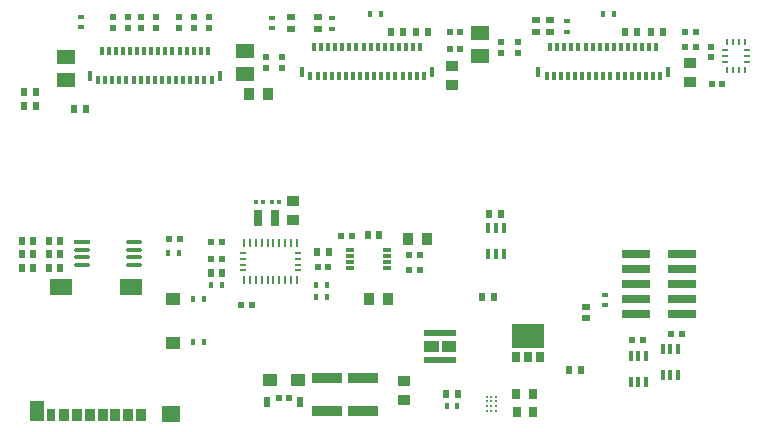
<source format=gtp>
G04*
G04 #@! TF.GenerationSoftware,Altium Limited,Altium Designer,23.3.1 (30)*
G04*
G04 Layer_Color=8421504*
%FSLAX44Y44*%
%MOMM*%
G71*
G04*
G04 #@! TF.SameCoordinates,D45B20F3-F38D-42A2-87FA-560754FB767C*
G04*
G04*
G04 #@! TF.FilePolarity,Positive*
G04*
G01*
G75*
%ADD16R,0.4000X0.9000*%
%ADD17R,0.6200X0.6200*%
%ADD18R,1.5500X1.3500*%
%ADD19R,1.1700X1.8000*%
%ADD20R,1.9000X1.3500*%
%ADD21R,1.2000X1.0000*%
%ADD22R,0.8500X1.1000*%
%ADD23R,0.8750X1.1000*%
%ADD24R,0.7500X1.1000*%
%ADD25R,0.7500X0.9500*%
%ADD26R,2.8000X2.0500*%
%ADD27R,0.3000X0.6500*%
%ADD28R,0.4000X0.9500*%
%ADD29R,0.5500X0.6500*%
%ADD30R,0.6500X0.5500*%
%ADD31R,1.0000X0.9000*%
%ADD32R,0.5500X0.4500*%
%ADD33R,2.4000X0.7600*%
%ADD34R,0.6200X0.6200*%
%ADD35R,1.5000X1.3000*%
%ADD36R,0.4500X0.5500*%
%ADD37R,0.5750X0.2500*%
%ADD38R,0.2500X0.6750*%
%ADD39R,0.7500X1.4000*%
%ADD40R,1.4000X0.3500*%
%ADD41O,1.4000X0.3500*%
%ADD42R,0.2500X0.4750*%
%ADD43R,0.4750X0.2500*%
%ADD44R,0.8000X0.3000*%
%ADD45R,0.7000X0.9000*%
%ADD46R,2.8000X0.5500*%
%ADD47C,0.2300*%
%ADD48R,2.6000X0.9500*%
%ADD49R,0.9000X1.0000*%
%ADD50R,1.1500X1.0000*%
%ADD51R,0.6000X0.5500*%
%ADD52R,0.6000X0.9000*%
%ADD53R,0.3600X0.3200*%
G36*
X-241592Y52252D02*
Y43252D01*
X-229592D01*
Y52252D01*
X-241592D01*
D02*
G37*
G36*
X-214592D02*
Y43252D01*
X-226592D01*
Y52252D01*
X-214592D01*
D02*
G37*
D16*
X-66952Y39448D02*
D03*
X-60452Y39448D02*
D03*
X-53952Y39448D02*
D03*
Y17448D02*
D03*
X-60452Y17448D02*
D03*
X-66952Y17448D02*
D03*
X-40028Y45544D02*
D03*
X-33528D02*
D03*
X-27028D02*
D03*
Y23544D02*
D03*
X-33528D02*
D03*
X-40028D02*
D03*
X-187602Y125859D02*
D03*
X-181102D02*
D03*
X-174602D02*
D03*
Y147859D02*
D03*
X-181102D02*
D03*
X-187602D02*
D03*
D17*
X-23948Y58674D02*
D03*
X-32948D02*
D03*
X-56460Y53086D02*
D03*
X-65460D02*
D03*
X-311956Y141500D02*
D03*
X-302956D02*
D03*
X-254690Y125155D02*
D03*
X-245690D02*
D03*
X-12010Y301024D02*
D03*
X-21010D02*
D03*
Y313805D02*
D03*
X-12010D02*
D03*
X-220290Y299827D02*
D03*
X-211290D02*
D03*
Y313797D02*
D03*
X-220290D02*
D03*
X-332050Y114915D02*
D03*
X-323050D02*
D03*
X-245646Y112522D02*
D03*
X-254646D02*
D03*
X1524Y269748D02*
D03*
X10524D02*
D03*
X-422220Y136505D02*
D03*
X-413220D02*
D03*
Y122110D02*
D03*
X-422220D02*
D03*
X-396820Y83165D02*
D03*
X-387820D02*
D03*
X-457887Y138430D02*
D03*
X-448887D02*
D03*
D18*
X-456585Y-9210D02*
D03*
D19*
X-569785Y-6960D02*
D03*
D20*
X-489835Y97790D02*
D03*
X-549535D02*
D03*
D21*
X-454835Y88040D02*
D03*
Y51040D02*
D03*
D22*
X-481185Y-10460D02*
D03*
X-503185D02*
D03*
X-514185D02*
D03*
X-525185D02*
D03*
X-536185D02*
D03*
X-547185D02*
D03*
D23*
X-492185D02*
D03*
D24*
X-557685D02*
D03*
D25*
X-143870Y39250D02*
D03*
X-154120D02*
D03*
X-164370D02*
D03*
D26*
X-154120Y56750D02*
D03*
D27*
X-138122Y276478D02*
D03*
X-135197Y300977D02*
D03*
X-132122Y276478D02*
D03*
X-126122D02*
D03*
X-120122D02*
D03*
X-114122D02*
D03*
X-108122D02*
D03*
X-102122D02*
D03*
X-96122D02*
D03*
X-90122D02*
D03*
X-84122D02*
D03*
X-78122D02*
D03*
X-72122D02*
D03*
X-66122D02*
D03*
X-60122D02*
D03*
X-54122D02*
D03*
X-48122D02*
D03*
X-42122D02*
D03*
X-129197Y300977D02*
D03*
X-123197D02*
D03*
X-117197D02*
D03*
X-111197D02*
D03*
X-105197D02*
D03*
X-99197D02*
D03*
X-93197D02*
D03*
X-87197D02*
D03*
X-81197D02*
D03*
X-75197D02*
D03*
X-69197D02*
D03*
X-63197D02*
D03*
X-57197D02*
D03*
X-51197D02*
D03*
X-45197D02*
D03*
X-338122Y276478D02*
D03*
X-335197Y300977D02*
D03*
X-332122Y276478D02*
D03*
X-326122D02*
D03*
X-320122D02*
D03*
X-314122D02*
D03*
X-308122D02*
D03*
X-302122D02*
D03*
X-296122D02*
D03*
X-290122D02*
D03*
X-284122D02*
D03*
X-278122D02*
D03*
X-272122D02*
D03*
X-266122D02*
D03*
X-260122D02*
D03*
X-254122D02*
D03*
X-248122D02*
D03*
X-242122D02*
D03*
X-329197Y300977D02*
D03*
X-323197D02*
D03*
X-317197D02*
D03*
X-311197D02*
D03*
X-305197D02*
D03*
X-299197D02*
D03*
X-293197D02*
D03*
X-287197D02*
D03*
X-281197D02*
D03*
X-275197D02*
D03*
X-269197D02*
D03*
X-263197D02*
D03*
X-257197D02*
D03*
X-251197D02*
D03*
X-245197D02*
D03*
X-517879Y273404D02*
D03*
X-514954Y297904D02*
D03*
X-511879Y273404D02*
D03*
X-505879D02*
D03*
X-499879D02*
D03*
X-493879D02*
D03*
X-487879D02*
D03*
X-481879D02*
D03*
X-475879D02*
D03*
X-469879D02*
D03*
X-463879D02*
D03*
X-457879D02*
D03*
X-451879D02*
D03*
X-445879D02*
D03*
X-439879D02*
D03*
X-433879D02*
D03*
X-427879D02*
D03*
X-421879D02*
D03*
X-508954Y297904D02*
D03*
X-502954D02*
D03*
X-496954D02*
D03*
X-490954D02*
D03*
X-484954D02*
D03*
X-478954D02*
D03*
X-472954D02*
D03*
X-466954D02*
D03*
X-460954D02*
D03*
X-454953D02*
D03*
X-448954D02*
D03*
X-442953D02*
D03*
X-436954D02*
D03*
X-430954D02*
D03*
X-424954D02*
D03*
D28*
X-35122Y279977D02*
D03*
X-145122D02*
D03*
X-235122D02*
D03*
X-345122D02*
D03*
X-414879Y276904D02*
D03*
X-524879D02*
D03*
D29*
X-176864Y159512D02*
D03*
X-186864D02*
D03*
X-119112Y27686D02*
D03*
X-109112D02*
D03*
X-182706Y89408D02*
D03*
X-192706D02*
D03*
X-549880Y137365D02*
D03*
X-559880D02*
D03*
X-289750Y141750D02*
D03*
X-279750D02*
D03*
X-39848Y314305D02*
D03*
X-49848D02*
D03*
X-71438Y314305D02*
D03*
X-61438D02*
D03*
X-238476Y314305D02*
D03*
X-248476D02*
D03*
X-270066Y314305D02*
D03*
X-260066D02*
D03*
X-528400Y248920D02*
D03*
X-538400D02*
D03*
X-223186Y7366D02*
D03*
X-213186D02*
D03*
X-412720Y109835D02*
D03*
X-422720D02*
D03*
X-580564Y251460D02*
D03*
X-570564D02*
D03*
X-580564Y262890D02*
D03*
X-570564D02*
D03*
X-572740Y114505D02*
D03*
X-582740D02*
D03*
X-572740Y125935D02*
D03*
X-582740D02*
D03*
X-572740Y137365D02*
D03*
X-582740D02*
D03*
X-559880Y114505D02*
D03*
X-549880D02*
D03*
X-559880Y125935D02*
D03*
X-549880D02*
D03*
X-332550Y127615D02*
D03*
X-322550D02*
D03*
D30*
X-105156Y71454D02*
D03*
Y81454D02*
D03*
X-147320Y323770D02*
D03*
Y313770D02*
D03*
X-135197Y313770D02*
D03*
Y323770D02*
D03*
X-332122Y316310D02*
D03*
Y326310D02*
D03*
X-354330Y326310D02*
D03*
Y316310D02*
D03*
D31*
X-258572Y2160D02*
D03*
Y18160D02*
D03*
X-16510Y271400D02*
D03*
Y287400D02*
D03*
X-218440Y269398D02*
D03*
Y285398D02*
D03*
X-352950Y155175D02*
D03*
Y171175D02*
D03*
D32*
X-532130Y317826D02*
D03*
Y326826D02*
D03*
X-120650Y323270D02*
D03*
Y314270D02*
D03*
X-320122Y325810D02*
D03*
Y316810D02*
D03*
X-370586Y317064D02*
D03*
Y326064D02*
D03*
X-88790Y91475D02*
D03*
Y82475D02*
D03*
D33*
X-62230Y125730D02*
D03*
Y113030D02*
D03*
Y100330D02*
D03*
Y87630D02*
D03*
Y74930D02*
D03*
X-23230Y125730D02*
D03*
Y113030D02*
D03*
Y100330D02*
D03*
Y87630D02*
D03*
Y74930D02*
D03*
D34*
X-176530Y296477D02*
D03*
Y305477D02*
D03*
X-162560D02*
D03*
Y296477D02*
D03*
X-468520Y326425D02*
D03*
Y317425D02*
D03*
X-481220Y326425D02*
D03*
Y317425D02*
D03*
X1270Y292426D02*
D03*
Y301426D02*
D03*
X-505350Y326425D02*
D03*
Y317425D02*
D03*
X-492650Y326425D02*
D03*
Y317425D02*
D03*
X-449470Y326425D02*
D03*
Y317425D02*
D03*
X-424070Y326425D02*
D03*
Y317425D02*
D03*
X-436770Y326425D02*
D03*
Y317425D02*
D03*
X-361950Y292790D02*
D03*
Y283790D02*
D03*
X-375920D02*
D03*
Y292790D02*
D03*
D35*
X-194310Y294030D02*
D03*
Y313030D02*
D03*
X-393700Y278790D02*
D03*
Y297790D02*
D03*
X-544830Y273710D02*
D03*
Y292710D02*
D03*
D36*
X-81098Y329545D02*
D03*
X-90098D02*
D03*
X-278710Y328930D02*
D03*
X-287710D02*
D03*
X-428479Y51562D02*
D03*
X-437479D02*
D03*
X-213686Y-3048D02*
D03*
X-222686Y-3048D02*
D03*
X-428498Y88040D02*
D03*
X-437498D02*
D03*
X-449415Y127000D02*
D03*
X-458415D02*
D03*
X-413220Y99675D02*
D03*
X-422220D02*
D03*
X-324320Y89515D02*
D03*
X-333320D02*
D03*
X-324320Y99675D02*
D03*
X-333320D02*
D03*
D37*
X-395085Y112110D02*
D03*
Y117110D02*
D03*
Y122110D02*
D03*
Y127110D02*
D03*
X-348835D02*
D03*
Y122110D02*
D03*
Y117110D02*
D03*
Y112110D02*
D03*
D38*
X-349460Y103985D02*
D03*
X-354460D02*
D03*
X-359460D02*
D03*
X-364460D02*
D03*
X-369460D02*
D03*
X-374460D02*
D03*
X-379460D02*
D03*
X-384460D02*
D03*
X-389460D02*
D03*
X-394460D02*
D03*
X-389460Y135235D02*
D03*
X-384460D02*
D03*
X-379460D02*
D03*
X-374460D02*
D03*
X-369460D02*
D03*
X-364460D02*
D03*
X-359460D02*
D03*
X-354460D02*
D03*
X-349460D02*
D03*
X-394460D02*
D03*
D39*
X-367748Y156317D02*
D03*
X-382348D02*
D03*
D40*
X-531160Y136095D02*
D03*
D41*
Y129595D02*
D03*
Y123095D02*
D03*
Y116595D02*
D03*
X-487160Y129595D02*
D03*
Y136095D02*
D03*
Y123095D02*
D03*
Y116595D02*
D03*
D42*
X24617Y305249D02*
D03*
X19617D02*
D03*
X14617D02*
D03*
X29617D02*
D03*
X24617Y281999D02*
D03*
X19617D02*
D03*
X14617D02*
D03*
X29617D02*
D03*
D43*
X31242Y293624D02*
D03*
Y298624D02*
D03*
Y288624D02*
D03*
X12992Y293624D02*
D03*
Y298624D02*
D03*
Y288624D02*
D03*
D44*
X-273220Y114420D02*
D03*
Y119420D02*
D03*
Y124420D02*
D03*
Y129420D02*
D03*
X-304220Y114420D02*
D03*
Y119420D02*
D03*
Y124420D02*
D03*
Y129420D02*
D03*
D45*
X-163464Y-7620D02*
D03*
X-149464D02*
D03*
X-149972Y7366D02*
D03*
X-163972D02*
D03*
D46*
X-228092Y59002D02*
D03*
Y36502D02*
D03*
D47*
X-180912Y-6762D02*
D03*
X-184912Y-6762D02*
D03*
X-188912D02*
D03*
X-180912Y-2762D02*
D03*
X-184912Y-2762D02*
D03*
X-188912D02*
D03*
X-180912Y1238D02*
D03*
X-184912D02*
D03*
X-188912D02*
D03*
X-180912Y5238D02*
D03*
X-184912D02*
D03*
X-188912Y5238D02*
D03*
D48*
X-293260Y20965D02*
D03*
Y-7035D02*
D03*
X-323740D02*
D03*
Y20965D02*
D03*
D49*
X-272560Y88245D02*
D03*
X-288560D02*
D03*
X-255540Y139045D02*
D03*
X-239540D02*
D03*
X-390396Y261545D02*
D03*
X-374396D02*
D03*
D50*
X-372320Y19665D02*
D03*
X-348820D02*
D03*
D51*
X-356070Y3785D02*
D03*
X-365070D02*
D03*
D52*
X-346570Y535D02*
D03*
X-374570D02*
D03*
D53*
X-384198Y170287D02*
D03*
X-378598D02*
D03*
X-364948D02*
D03*
X-370548D02*
D03*
M02*

</source>
